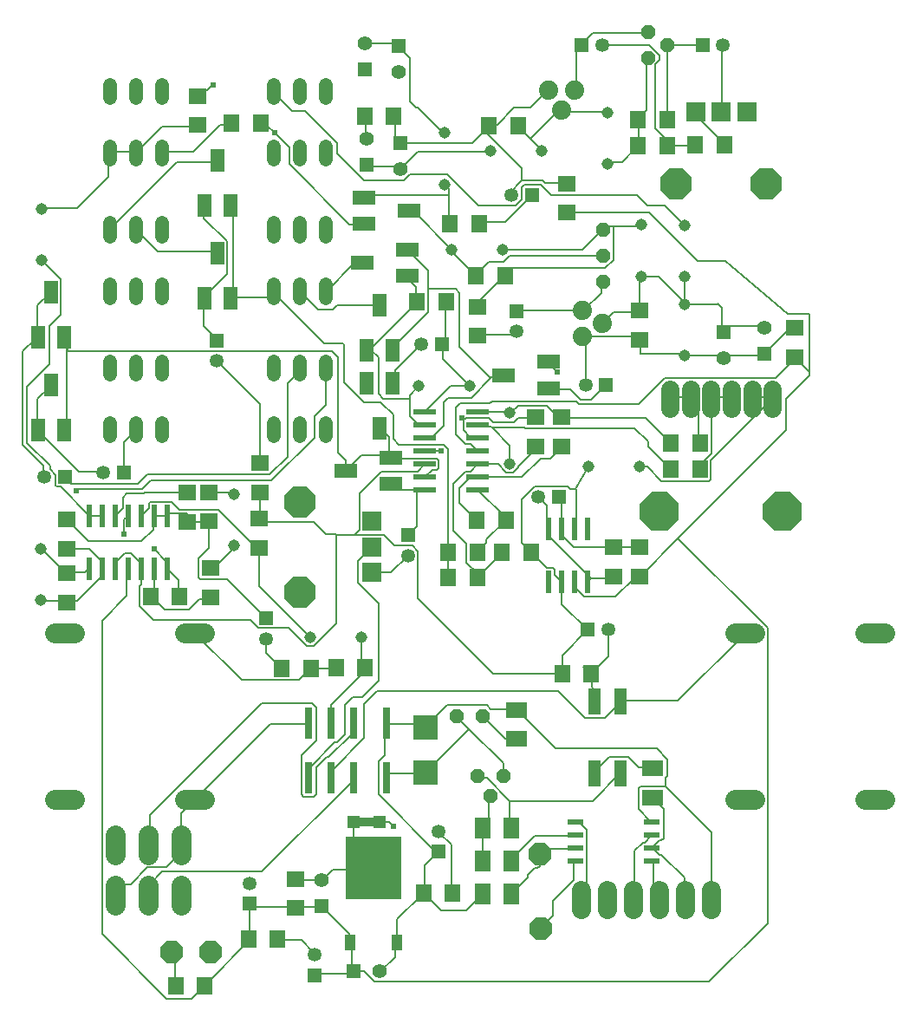
<source format=gbr>
G04 EAGLE Gerber X2 export*
%TF.Part,Single*%
%TF.FileFunction,Copper,L1,Top,Mixed*%
%TF.FilePolarity,Positive*%
%TF.GenerationSoftware,Autodesk,EAGLE,9.2.2*%
%TF.CreationDate,2019-01-08T22:45:00Z*%
G75*
%MOMM*%
%FSLAX34Y34*%
%LPD*%
%INTop Copper*%
%AMOC8*
5,1,8,0,0,1.08239X$1,22.5*%
G01*
%ADD10C,1.143000*%
%ADD11R,1.350000X1.350000*%
%ADD12C,1.350000*%
%ADD13R,1.600000X1.800000*%
%ADD14R,1.800000X1.600000*%
%ADD15C,1.408000*%
%ADD16R,1.408000X1.408000*%
%ADD17C,1.320800*%
%ADD18R,0.600000X2.200000*%
%ADD19R,2.200000X0.600000*%
%ADD20C,1.950000*%
%ADD21R,0.800000X3.100000*%
%ADD22P,1.429621X8X202.500000*%
%ADD23P,2.336880X8X112.500000*%
%ADD24R,1.270000X2.540000*%
%ADD25C,1.879600*%
%ADD26P,1.429621X8X292.500000*%
%ADD27P,1.429621X8X112.500000*%
%ADD28R,1.600000X1.803000*%
%ADD29R,1.320800X2.184400*%
%ADD30R,1.803000X1.600000*%
%ADD31R,2.184400X1.320800*%
%ADD32R,2.000000X1.600000*%
%ADD33R,1.600000X2.000000*%
%ADD34R,1.879600X1.879600*%
%ADD35P,3.247170X8X112.500000*%
%ADD36R,1.000000X1.600000*%
%ADD37R,5.400000X6.200000*%
%ADD38R,1.549400X0.533400*%
%ADD39P,3.247170X8X22.500000*%
%ADD40P,2.336880X8X22.500000*%
%ADD41P,2.336880X8X202.500000*%
%ADD42R,2.400000X2.400000*%
%ADD43R,1.270000X1.270000*%
%ADD44C,0.812800*%
%ADD45C,1.800000*%
%ADD46P,4.123906X8X22.500000*%
%ADD47C,1.879600*%
%ADD48C,0.203200*%
%ADD49C,0.604800*%


D10*
X369510Y377210D03*
X319510Y377210D03*
D11*
X535700Y809150D03*
D12*
X515700Y809150D03*
D11*
X520700Y695800D03*
D12*
X520700Y675800D03*
D11*
X228290Y666880D03*
D12*
X228290Y646880D03*
D11*
X608440Y623650D03*
D12*
X588440Y623650D03*
D11*
X448150Y663480D03*
D12*
X428150Y663480D03*
D13*
X534890Y460470D03*
X506890Y460470D03*
D10*
X514350Y596500D03*
X514350Y546500D03*
X244820Y466910D03*
X244820Y516910D03*
D11*
X137000Y538020D03*
D12*
X117000Y538020D03*
D11*
X562450Y514350D03*
D12*
X542450Y514350D03*
D11*
X590298Y384589D03*
D12*
X610298Y384589D03*
D10*
X55800Y413530D03*
X55800Y463530D03*
D11*
X79850Y533400D03*
D12*
X59850Y533400D03*
D10*
X591173Y543656D03*
X641173Y543656D03*
D11*
X414670Y477000D03*
D12*
X414670Y457000D03*
D11*
X276580Y395840D03*
D12*
X276580Y375840D03*
D13*
X565390Y341550D03*
X593390Y341550D03*
D10*
X684850Y652588D03*
X684850Y702588D03*
D11*
X323850Y47150D03*
D12*
X323850Y67150D03*
D13*
X287050Y82550D03*
X259050Y82550D03*
X430500Y127000D03*
X458500Y127000D03*
D11*
X444500Y167800D03*
D12*
X444500Y187800D03*
D11*
X260350Y117000D03*
D12*
X260350Y137000D03*
D14*
X304800Y113000D03*
X304800Y141000D03*
D10*
X57150Y745160D03*
X57150Y795160D03*
D11*
X702740Y955743D03*
D12*
X722740Y955743D03*
D11*
X584360Y955743D03*
D12*
X604360Y955743D03*
D10*
X609600Y839380D03*
X609600Y889380D03*
X545700Y851870D03*
X495700Y851870D03*
D15*
X387350Y50800D03*
D16*
X361950Y50800D03*
D15*
X330200Y139700D03*
D16*
X330200Y114300D03*
D17*
X334200Y708396D02*
X334200Y721604D01*
X309200Y721604D02*
X309200Y708396D01*
X284200Y708396D02*
X284200Y721604D01*
X284200Y768396D02*
X284200Y781604D01*
X309200Y781604D02*
X309200Y768396D01*
X334200Y768396D02*
X334200Y781604D01*
D18*
X116220Y443900D03*
X116220Y495900D03*
X103520Y443900D03*
X128920Y443900D03*
X141620Y443900D03*
X103520Y495900D03*
X128920Y495900D03*
X141620Y495900D03*
X167020Y443900D03*
X167020Y495900D03*
X154320Y443900D03*
X179720Y443900D03*
X154320Y495900D03*
X179720Y495900D03*
D19*
X483200Y533400D03*
X431200Y533400D03*
X483200Y520700D03*
X483200Y546100D03*
X483200Y558800D03*
X431200Y520700D03*
X431200Y546100D03*
X431200Y558800D03*
X483200Y584200D03*
X431200Y584200D03*
X483200Y571500D03*
X483200Y596900D03*
X431200Y571500D03*
X431200Y596900D03*
D18*
X577850Y483200D03*
X577850Y431200D03*
X590550Y483200D03*
X565150Y483200D03*
X552450Y483200D03*
X590550Y431200D03*
X565150Y431200D03*
X552450Y431200D03*
D20*
X89050Y218850D02*
X69550Y218850D01*
X69550Y381150D02*
X89050Y381150D01*
X196550Y218850D02*
X216050Y218850D01*
X216050Y381150D02*
X196550Y381150D01*
D21*
X393600Y293200D03*
X361600Y293200D03*
X339600Y293200D03*
X317600Y293200D03*
X393600Y240200D03*
X361600Y240200D03*
X339600Y240200D03*
X317600Y240200D03*
D22*
X487700Y300000D03*
X462300Y300000D03*
D23*
X543560Y165100D03*
X544560Y92280D03*
D17*
X334200Y843396D02*
X334200Y856604D01*
X309200Y856604D02*
X309200Y843396D01*
X284200Y843396D02*
X284200Y856604D01*
X284200Y903396D02*
X284200Y916604D01*
X309200Y916604D02*
X309200Y903396D01*
X334200Y903396D02*
X334200Y916604D01*
X124200Y916604D02*
X124200Y903396D01*
X149200Y903396D02*
X149200Y916604D01*
X174200Y916604D02*
X174200Y903396D01*
X174200Y856604D02*
X174200Y843396D01*
X149200Y843396D02*
X149200Y856604D01*
X124200Y856604D02*
X124200Y843396D01*
D24*
X596900Y244400D03*
X622300Y244400D03*
X622300Y314400D03*
X596900Y314400D03*
D20*
X861050Y381150D02*
X880550Y381150D01*
X880550Y218850D02*
X861050Y218850D01*
X753550Y381150D02*
X734050Y381150D01*
X734050Y218850D02*
X753550Y218850D01*
D25*
X577850Y911320D03*
X565150Y892270D03*
X552450Y911320D03*
D26*
X649240Y943045D03*
X668290Y955745D03*
X649240Y968445D03*
D27*
X605467Y775216D03*
X605467Y749816D03*
X605467Y724416D03*
D25*
X585360Y696580D03*
X604410Y683880D03*
X585360Y671180D03*
D28*
X454140Y460470D03*
X482580Y460470D03*
X522220Y876490D03*
X493780Y876490D03*
X639830Y882650D03*
X668270Y882650D03*
X401030Y886260D03*
X372590Y886260D03*
X484120Y781050D03*
X455680Y781050D03*
D29*
X374620Y657450D03*
X387350Y701450D03*
X400080Y657450D03*
D28*
X668270Y857250D03*
X639830Y857250D03*
D30*
X570150Y820290D03*
X570150Y791850D03*
X482600Y671580D03*
X482600Y700020D03*
D28*
X509520Y730250D03*
X481080Y730250D03*
D30*
X641350Y696370D03*
X641350Y667930D03*
X792270Y679260D03*
X792270Y650820D03*
D31*
X551940Y620540D03*
X507940Y633270D03*
X551940Y646000D03*
X414430Y730220D03*
X370430Y742950D03*
X414430Y755680D03*
D29*
X400080Y625250D03*
X387350Y581250D03*
X374620Y625250D03*
D30*
X221710Y444770D03*
X221710Y416330D03*
D28*
X163390Y417370D03*
X191830Y417370D03*
D29*
X53310Y579440D03*
X66040Y623440D03*
X78770Y579440D03*
X53310Y669819D03*
X66040Y713819D03*
X78770Y669819D03*
D30*
X81390Y411230D03*
X81390Y439670D03*
X641350Y436630D03*
X641350Y465070D03*
D28*
X423930Y704850D03*
X452370Y704850D03*
D29*
X215870Y707900D03*
X228600Y751900D03*
X241330Y707900D03*
X215870Y798420D03*
X228600Y842420D03*
X241330Y798420D03*
D30*
X269930Y518640D03*
X269930Y547080D03*
D28*
X291360Y346930D03*
X319800Y346930D03*
D31*
X397920Y527020D03*
X353920Y539750D03*
X397920Y552480D03*
D32*
X520700Y278100D03*
X520700Y306100D03*
D28*
X454310Y435390D03*
X482750Y435390D03*
D30*
X615950Y436630D03*
X615950Y465070D03*
D28*
X481860Y491410D03*
X510300Y491410D03*
D33*
X515650Y190500D03*
X487650Y190500D03*
D30*
X565150Y592070D03*
X565150Y563630D03*
D28*
X700020Y541290D03*
X671580Y541290D03*
X700020Y566880D03*
X671580Y566880D03*
D33*
X487650Y158750D03*
X515650Y158750D03*
D32*
X654050Y248950D03*
X654050Y220950D03*
D28*
X372970Y347730D03*
X344530Y347730D03*
D30*
X539750Y563630D03*
X539750Y592070D03*
X81390Y492010D03*
X81390Y463570D03*
X269620Y464670D03*
X269620Y493110D03*
X220590Y490250D03*
X220590Y518690D03*
X198840Y490010D03*
X198840Y518450D03*
X209550Y877320D03*
X209550Y905760D03*
D34*
X695800Y890000D03*
X720800Y890000D03*
X745800Y890000D03*
D35*
X676800Y820000D03*
X764800Y820000D03*
D15*
X374650Y863600D03*
D16*
X374650Y838200D03*
D15*
X407670Y834390D03*
D16*
X407670Y859790D03*
D15*
X723362Y650113D03*
D16*
X723362Y675513D03*
D15*
X763270Y679450D03*
D16*
X763270Y654050D03*
D36*
X358200Y79000D03*
X403800Y79000D03*
D37*
X381000Y152000D03*
D38*
X578866Y196850D03*
X578866Y184150D03*
X578866Y171450D03*
X578866Y158750D03*
X653034Y158750D03*
X653034Y171450D03*
X653034Y184150D03*
X653034Y196850D03*
D34*
X379200Y490400D03*
X379200Y465400D03*
X379200Y440400D03*
D39*
X309200Y509400D03*
X309200Y421400D03*
D31*
X371700Y806480D03*
X415700Y793750D03*
X371700Y781020D03*
D17*
X124200Y781604D02*
X124200Y768396D01*
X149200Y768396D02*
X149200Y781604D01*
X174200Y781604D02*
X174200Y768396D01*
X174200Y721604D02*
X174200Y708396D01*
X149200Y708396D02*
X149200Y721604D01*
X124200Y721604D02*
X124200Y708396D01*
D40*
X184150Y69850D03*
D41*
X222250Y69850D03*
D42*
X431800Y288700D03*
X431800Y244700D03*
D43*
X361950Y196850D03*
X387350Y196850D03*
D44*
X361950Y196850D01*
D45*
X690800Y601000D02*
X690800Y619000D01*
X670800Y619000D02*
X670800Y601000D01*
X770800Y601000D02*
X770800Y619000D01*
X710800Y619000D02*
X710800Y601000D01*
X730800Y601000D02*
X730800Y619000D01*
X750800Y619000D02*
X750800Y601000D01*
D46*
X660800Y500000D03*
X780800Y500000D03*
D47*
X711200Y130048D02*
X711200Y111252D01*
X685800Y111252D02*
X685800Y130048D01*
X660400Y130048D02*
X660400Y111252D01*
X635000Y111252D02*
X635000Y130048D01*
X609600Y130048D02*
X609600Y111252D01*
X584200Y111252D02*
X584200Y130048D01*
D20*
X128800Y135000D02*
X128800Y115500D01*
X160800Y115500D02*
X160800Y135000D01*
X192800Y135000D02*
X192800Y115500D01*
X192800Y165000D02*
X192800Y184500D01*
X160800Y184500D02*
X160800Y165000D01*
X128800Y165000D02*
X128800Y184500D01*
D10*
X507200Y755650D03*
X457200Y755650D03*
X475450Y622300D03*
X425450Y622300D03*
X643046Y779801D03*
X643046Y729801D03*
X450850Y869550D03*
X450850Y819550D03*
D15*
X406080Y929020D03*
D16*
X406080Y954420D03*
D15*
X372790Y957500D03*
D16*
X372790Y932100D03*
D22*
X482600Y241300D03*
X495300Y222250D03*
X508000Y241300D03*
D28*
X242320Y878840D03*
X270760Y878840D03*
X724140Y857780D03*
X695700Y857780D03*
D17*
X124200Y646604D02*
X124200Y633396D01*
X149200Y633396D02*
X149200Y646604D01*
X174200Y646604D02*
X174200Y633396D01*
X174200Y586604D02*
X174200Y573396D01*
X149200Y573396D02*
X149200Y586604D01*
X124200Y586604D02*
X124200Y573396D01*
X334200Y573396D02*
X334200Y586604D01*
X309200Y586604D02*
X309200Y573396D01*
X284200Y573396D02*
X284200Y586604D01*
X284200Y633396D02*
X284200Y646604D01*
X309200Y646604D02*
X309200Y633396D01*
X334200Y633396D02*
X334200Y646604D01*
D10*
X684919Y729425D03*
X684919Y779425D03*
D13*
X187720Y36960D03*
X215720Y36960D03*
D33*
X515904Y126365D03*
X487904Y126365D03*
D48*
X617728Y465328D02*
X640080Y465328D01*
X617728Y465328D02*
X615950Y465070D01*
X640080Y465328D02*
X641350Y465070D01*
X564896Y483616D02*
X564896Y512064D01*
X562864Y514096D01*
X564896Y483616D02*
X565150Y483200D01*
X562864Y514096D02*
X562450Y514350D01*
X577088Y465328D02*
X615696Y465328D01*
X577088Y465328D02*
X566928Y475488D01*
X566928Y481584D01*
X615696Y465328D02*
X615950Y465070D01*
X566928Y481584D02*
X565150Y483200D01*
X154432Y495808D02*
X154320Y495900D01*
X269620Y464670D02*
X272288Y460616D01*
X154320Y495900D02*
X154432Y497840D01*
X161480Y507952D02*
X162968Y509440D01*
X161480Y503060D02*
X154320Y495900D01*
X161480Y503060D02*
X161480Y507952D01*
X183772Y509440D02*
X191247Y501965D01*
X183772Y509440D02*
X162968Y509440D01*
X191247Y501965D02*
X229482Y501965D01*
X269620Y427100D02*
X319510Y377210D01*
X269620Y427100D02*
X269620Y464670D01*
X266777Y464670D01*
X229482Y501965D01*
X339600Y310867D02*
X339600Y293200D01*
X339600Y310867D02*
X372970Y344237D01*
X372970Y347730D01*
X369510Y351190D01*
X369510Y377210D01*
X136080Y503060D02*
X128920Y495900D01*
X156556Y517996D02*
X157010Y518450D01*
X198840Y518450D01*
X136080Y513773D02*
X136080Y503060D01*
X136080Y513773D02*
X140303Y517996D01*
X156556Y517996D01*
X115824Y495808D02*
X103632Y495808D01*
X103520Y495900D01*
X115824Y495808D02*
X116220Y495900D01*
X64806Y681537D02*
X75184Y691914D01*
X64806Y681537D02*
X64806Y643926D01*
X42672Y621792D01*
X42672Y566928D01*
X65024Y544576D01*
X101600Y497840D02*
X102582Y496848D01*
X103520Y495900D01*
X75184Y691914D02*
X75184Y727126D01*
X57150Y745160D01*
X65024Y544576D02*
X65024Y541364D01*
X70560Y525598D02*
X72048Y524110D01*
X75320Y524110D01*
X102582Y496848D01*
X70560Y535828D02*
X65024Y541364D01*
X70560Y535828D02*
X70560Y525598D01*
X361696Y741680D02*
X369824Y741680D01*
X361696Y741680D02*
X335280Y715264D01*
X369824Y741680D02*
X370430Y742950D01*
X335280Y715264D02*
X334600Y713857D01*
X334600Y715000D02*
X335280Y715264D01*
X334200Y715000D01*
X228290Y646880D02*
X269930Y605240D01*
X269930Y547080D01*
X215392Y680720D02*
X215392Y707136D01*
X215392Y680720D02*
X227584Y668528D01*
X215392Y707136D02*
X215870Y707900D01*
X227584Y668528D02*
X228290Y666880D01*
X215392Y786384D02*
X215392Y796544D01*
X215392Y786384D02*
X237744Y764032D01*
X237744Y731520D01*
X215392Y709168D01*
X215392Y796544D02*
X215870Y798420D01*
X215392Y709168D02*
X215870Y707900D01*
X227584Y753872D02*
X170688Y753872D01*
X150368Y774192D01*
X227584Y753872D02*
X228600Y751900D01*
X150368Y774192D02*
X149200Y776143D01*
X148336Y776224D02*
X149200Y775000D01*
X149200Y776143D02*
X148336Y776224D01*
X188976Y841248D02*
X227584Y841248D01*
X188976Y841248D02*
X123952Y776224D01*
X227584Y841248D02*
X228600Y842420D01*
X123952Y776224D02*
X123800Y776143D01*
X123952Y776224D02*
X123800Y775000D01*
X124200Y775000D02*
X123952Y776224D01*
X522224Y591312D02*
X538480Y591312D01*
X522224Y591312D02*
X518160Y587248D01*
X497840Y587248D01*
X493776Y591312D01*
X471424Y591312D01*
X469392Y589280D01*
X469392Y579120D01*
X475488Y573024D01*
X538480Y591312D02*
X539750Y592070D01*
X469392Y589280D02*
X467360Y591312D01*
D49*
X467360Y591312D03*
D48*
X481676Y573024D02*
X483200Y571500D01*
X481676Y573024D02*
X475488Y573024D01*
X491420Y469310D02*
X482580Y460470D01*
X483616Y520192D02*
X483200Y520700D01*
X510300Y491410D02*
X509935Y491045D01*
X491420Y472530D01*
X491420Y469310D01*
X509935Y491045D02*
X509935Y493965D01*
X510300Y493600D02*
X483200Y520700D01*
X510300Y493600D02*
X510300Y491410D01*
X483200Y533400D02*
X481584Y532384D01*
X560832Y562864D02*
X564896Y562864D01*
X565150Y563630D01*
X483200Y533400D02*
X475840Y533400D01*
X483200Y533400D02*
X526353Y533400D01*
X544469Y551516D01*
X553548Y551516D02*
X564896Y562864D01*
X553548Y551516D02*
X544469Y551516D01*
X481860Y491410D02*
X465060Y508210D01*
X465060Y522620D02*
X475840Y533400D01*
X465060Y522620D02*
X465060Y508210D01*
X539750Y563630D02*
X542060Y563630D01*
X544543Y563630D01*
X506890Y459530D02*
X482750Y435390D01*
X506890Y459530D02*
X506890Y460470D01*
X510931Y538245D02*
X517769Y538245D01*
X522605Y543081D01*
X503076Y546100D02*
X483200Y546100D01*
X522605Y544175D02*
X522605Y543081D01*
X510931Y538245D02*
X503076Y546100D01*
X522605Y544175D02*
X542060Y563630D01*
X476040Y538940D02*
X471148Y538940D01*
X482750Y439693D02*
X482750Y435390D01*
X482750Y439693D02*
X472040Y450403D01*
X472040Y468303D01*
X459000Y481343D01*
X459000Y526792D02*
X471148Y538940D01*
X459000Y526792D02*
X459000Y481343D01*
X476040Y538940D02*
X483200Y546100D01*
X560832Y593344D02*
X564896Y593344D01*
X560832Y593344D02*
X550672Y603504D01*
X522224Y603504D01*
X516128Y597408D01*
X564896Y593344D02*
X565150Y592070D01*
X516128Y597408D02*
X514350Y596500D01*
X670560Y564896D02*
X671580Y566880D01*
X566928Y591312D02*
X565150Y592070D01*
X647148Y591312D02*
X671580Y566880D01*
X647148Y591312D02*
X566928Y591312D01*
X514350Y596500D02*
X513950Y596900D01*
X483200Y596900D01*
X670560Y540512D02*
X671580Y541290D01*
X495808Y583184D02*
X483616Y583184D01*
X495808Y583184D02*
X497136Y581856D01*
X483616Y583184D02*
X483200Y584200D01*
X649205Y563665D02*
X671580Y541290D01*
X649205Y563665D02*
X649205Y568569D01*
X529683Y581530D02*
X529357Y581856D01*
X497136Y581856D01*
X636244Y581530D02*
X649205Y568569D01*
X636244Y581530D02*
X529683Y581530D01*
X514350Y564642D02*
X514350Y546500D01*
X514350Y564642D02*
X497136Y581856D01*
X425672Y521176D02*
X423480Y521176D01*
X398998Y521176D01*
X426148Y520700D02*
X431200Y520700D01*
X426148Y520700D02*
X425672Y521176D01*
X398998Y521176D02*
X397920Y527020D01*
X423480Y485810D02*
X414670Y477000D01*
X423480Y485810D02*
X423480Y521176D01*
X415048Y477000D02*
X414670Y477000D01*
X343408Y274320D02*
X319024Y249936D01*
X343408Y274320D02*
X345440Y274320D01*
X353568Y282448D01*
X361125Y319088D02*
X370475Y319088D01*
X361125Y319088D02*
X353568Y311531D01*
X353568Y282448D01*
X319024Y249936D02*
X319024Y241624D01*
X317600Y240200D01*
X365760Y430784D02*
X365760Y451960D01*
X365760Y430784D02*
X386632Y409912D01*
X386632Y335245D02*
X370475Y319088D01*
X386632Y335245D02*
X386632Y409912D01*
X365760Y451960D02*
X379200Y465400D01*
X701040Y542544D02*
X701040Y546608D01*
X711200Y556768D01*
X711200Y609600D01*
X701040Y542544D02*
X700020Y541290D01*
X711200Y609600D02*
X710800Y610000D01*
X711200Y611632D02*
X729488Y611632D01*
X730800Y610000D01*
X711200Y611632D02*
X710800Y610000D01*
X699008Y601472D02*
X699008Y566928D01*
X699008Y601472D02*
X690880Y609600D01*
X699008Y566928D02*
X700020Y566880D01*
X690880Y609600D02*
X690800Y610000D01*
X688848Y611632D02*
X672592Y611632D01*
X670800Y610000D01*
X688848Y611632D02*
X690800Y610000D01*
X451104Y666496D02*
X451104Y703072D01*
X451104Y666496D02*
X449072Y664464D01*
X451104Y703072D02*
X452370Y704850D01*
X449072Y664464D02*
X448150Y663480D01*
X456600Y622300D02*
X475450Y622300D01*
X456600Y622300D02*
X431200Y596900D01*
X449072Y662558D02*
X448150Y663480D01*
X449072Y648678D02*
X475450Y622300D01*
X449072Y648678D02*
X449072Y662558D01*
X209296Y875792D02*
X174752Y875792D01*
X150368Y851408D01*
X209296Y875792D02*
X209550Y877320D01*
X150368Y851408D02*
X149200Y853043D01*
X91440Y796544D02*
X58928Y796544D01*
X91440Y796544D02*
X121920Y827024D01*
X121920Y849376D01*
X58928Y796544D02*
X57150Y795160D01*
X121920Y849376D02*
X123168Y851810D01*
X123800Y853043D01*
X123952Y851408D02*
X148336Y851408D01*
X149200Y853043D01*
X123952Y851408D02*
X123800Y853043D01*
X123800Y851900D02*
X123952Y851408D01*
X148336Y851408D02*
X149200Y851900D01*
X124200Y850000D02*
X123952Y851408D01*
X123168Y851810D01*
X148336Y851408D02*
X149200Y850000D01*
X209550Y905760D02*
X211328Y904240D01*
X745800Y890000D02*
X745744Y887984D01*
X223388Y916300D02*
X211328Y904240D01*
X223388Y916300D02*
X224820Y916300D01*
D49*
X224820Y916300D03*
D48*
X721360Y890016D02*
X721360Y955040D01*
X722740Y955743D01*
X721360Y890016D02*
X720800Y890000D01*
X668528Y883920D02*
X668528Y955040D01*
X668528Y883920D02*
X668270Y882650D01*
X668528Y955040D02*
X701040Y955040D01*
X702740Y955743D01*
X668528Y955040D02*
X668290Y955745D01*
X648208Y967232D02*
X595376Y967232D01*
X585216Y957072D01*
X648208Y967232D02*
X649240Y968445D01*
X585216Y957072D02*
X584360Y955743D01*
X579120Y950976D02*
X579120Y912368D01*
X579120Y950976D02*
X583184Y955040D01*
X579120Y912368D02*
X577850Y911320D01*
X583184Y955040D02*
X584360Y955743D01*
X534416Y863600D02*
X544576Y853440D01*
X534416Y863600D02*
X522224Y875792D01*
X522220Y876490D01*
X544576Y853440D02*
X545700Y851870D01*
X568960Y890016D02*
X609600Y890016D01*
X568960Y890016D02*
X566928Y892048D01*
X609600Y890016D02*
X609600Y889380D01*
X566928Y892048D02*
X565150Y892270D01*
X564896Y894080D02*
X534416Y863600D01*
X565150Y892270D02*
X564896Y894080D01*
X640080Y881888D02*
X640080Y857504D01*
X639830Y857250D01*
X640080Y881888D02*
X639830Y882650D01*
X623824Y841248D02*
X609600Y841248D01*
X623824Y841248D02*
X638048Y855472D01*
X609600Y841248D02*
X609600Y839380D01*
X638048Y855472D02*
X639830Y857250D01*
X648208Y892048D02*
X648208Y942848D01*
X648208Y892048D02*
X640080Y883920D01*
X648208Y942848D02*
X649240Y943045D01*
X640080Y883920D02*
X639830Y882650D01*
X510032Y782320D02*
X485648Y782320D01*
X510032Y782320D02*
X536448Y808736D01*
X485648Y782320D02*
X484120Y781050D01*
X535700Y809150D02*
X536448Y808736D01*
X455168Y808736D02*
X455168Y814832D01*
X455168Y808736D02*
X455168Y782320D01*
X455168Y814832D02*
X451104Y818896D01*
X455168Y782320D02*
X455680Y781050D01*
X451104Y818896D02*
X450850Y819550D01*
X455168Y808736D02*
X371856Y808736D01*
X371700Y806480D01*
X521480Y696580D02*
X585360Y696580D01*
X521480Y696580D02*
X520700Y695800D01*
X603504Y713232D02*
X603504Y723392D01*
X603504Y713232D02*
X587248Y696976D01*
X603504Y723392D02*
X605467Y724416D01*
X587248Y696976D02*
X585360Y696580D01*
X483616Y701040D02*
X483616Y705104D01*
X508000Y729488D01*
X483616Y701040D02*
X482600Y700020D01*
X508000Y729488D02*
X509520Y730250D01*
X512940Y738734D01*
X508000Y755904D02*
X585216Y755904D01*
X603504Y774192D01*
X508000Y755904D02*
X507200Y755650D01*
X603504Y774192D02*
X605467Y775216D01*
X607568Y778256D02*
X615696Y778256D01*
X641653Y778256D01*
X607568Y778256D02*
X605536Y776224D01*
X641653Y778256D02*
X643046Y779801D01*
X605536Y776224D02*
X605467Y775216D01*
X607568Y737616D02*
X512064Y737616D01*
X607568Y737616D02*
X615696Y745744D01*
X615696Y778256D01*
X512064Y737616D02*
X509520Y730250D01*
X479552Y731520D02*
X457200Y753872D01*
X479552Y731520D02*
X481080Y730250D01*
X457200Y753872D02*
X457200Y755650D01*
X420624Y792480D02*
X416560Y792480D01*
X420624Y792480D02*
X457200Y755904D01*
X416560Y792480D02*
X415700Y793750D01*
X457200Y755904D02*
X457200Y755650D01*
X514096Y749808D02*
X603504Y749808D01*
X514096Y749808D02*
X508000Y743712D01*
X493776Y743712D01*
X481584Y731520D01*
X603504Y749808D02*
X605467Y749816D01*
X481584Y731520D02*
X481080Y730250D01*
X593770Y608980D02*
X608440Y623650D01*
X593770Y608980D02*
X583790Y608980D01*
X573500Y619270D01*
X551940Y620540D01*
X430784Y585216D02*
X424688Y585216D01*
X416560Y593344D01*
X416560Y610296D02*
X416560Y613664D01*
X416560Y610296D02*
X416560Y593344D01*
X416560Y613664D02*
X424688Y621792D01*
X430784Y585216D02*
X431200Y584200D01*
X424688Y621792D02*
X425450Y622300D01*
X422656Y705104D02*
X422656Y719328D01*
X414528Y727456D01*
X422656Y705104D02*
X423930Y704850D01*
X414528Y727456D02*
X414430Y730220D01*
X377952Y658368D02*
X373888Y658368D01*
X377952Y658368D02*
X422656Y703072D01*
X373888Y658368D02*
X374620Y657450D01*
X422656Y703072D02*
X423930Y704850D01*
X416560Y610296D02*
X390467Y610296D01*
X386024Y614739D01*
X386024Y650296D01*
X377952Y658368D01*
X374620Y657450D01*
X453136Y461264D02*
X453482Y460991D01*
X454140Y460470D01*
X278384Y709168D02*
X243840Y709168D01*
X278384Y709168D02*
X282448Y713232D01*
X283270Y714307D01*
X283800Y713857D01*
X243840Y709168D02*
X243840Y796544D01*
X241330Y798420D01*
X243840Y709168D02*
X241330Y707900D01*
X454310Y460162D02*
X454310Y435390D01*
X454310Y460162D02*
X453482Y460991D01*
X449412Y565500D02*
X406018Y565500D01*
X400304Y571214D01*
X400304Y594824D01*
X449412Y565500D02*
X454310Y560602D01*
X400304Y594824D02*
X388319Y606810D01*
X454310Y560602D02*
X454310Y460162D01*
X352264Y663043D02*
X350794Y664513D01*
X352264Y663043D02*
X352264Y626488D01*
X284480Y713232D02*
X283800Y715000D01*
X283800Y713857D02*
X284480Y713232D01*
X333064Y664513D02*
X350794Y664513D01*
X333064Y664513D02*
X283270Y714307D01*
X371942Y606810D02*
X388319Y606810D01*
X371942Y606810D02*
X352264Y626488D01*
X284200Y715000D02*
X284480Y715264D01*
X283800Y715000D01*
X345239Y701040D02*
X386080Y701040D01*
X345239Y701040D02*
X341000Y696801D01*
X327327Y696801D01*
X310896Y713232D01*
X386080Y701040D02*
X387350Y701450D01*
X310896Y713232D02*
X309200Y713857D01*
X308864Y713232D02*
X309200Y715000D01*
X309200Y713857D02*
X308864Y713232D01*
X424688Y851408D02*
X493776Y851408D01*
X424688Y851408D02*
X407670Y834390D01*
X493776Y851408D02*
X495700Y851870D01*
X404368Y837184D02*
X375920Y837184D01*
X404368Y837184D02*
X406400Y835152D01*
X375920Y837184D02*
X374650Y838200D01*
X406400Y835152D02*
X407670Y834390D01*
X243040Y518690D02*
X244820Y516910D01*
X243040Y518690D02*
X220590Y518690D01*
X221710Y444770D02*
X223520Y442976D01*
X244820Y464276D01*
X244820Y466910D01*
X221488Y414528D02*
X217424Y414528D01*
X221488Y414528D02*
X221710Y416330D01*
X166624Y420624D02*
X164592Y418592D01*
X163390Y417370D01*
X211328Y414528D02*
X217424Y414528D01*
X211328Y414528D02*
X201168Y404368D01*
X176784Y404368D01*
X164592Y416560D01*
X217424Y414528D02*
X221710Y416330D01*
X164592Y416560D02*
X163390Y417370D01*
X166624Y420624D02*
X166624Y442976D01*
X167020Y443900D01*
X166624Y420624D02*
X163390Y417370D01*
X52832Y581152D02*
X52832Y609600D01*
X65024Y621792D01*
X52832Y581152D02*
X53310Y579440D01*
X65024Y621792D02*
X66040Y623440D01*
X93239Y538480D02*
X115824Y538480D01*
X93239Y538480D02*
X53310Y578409D01*
X53310Y579440D01*
X115824Y538480D02*
X117000Y538020D01*
X81280Y412496D02*
X56896Y412496D01*
X81280Y412496D02*
X81390Y411230D01*
X56896Y412496D02*
X55800Y413530D01*
X83312Y463296D02*
X103632Y463296D01*
X115824Y451104D01*
X115824Y445008D01*
X83312Y463296D02*
X81390Y463570D01*
X115824Y445008D02*
X116220Y443900D01*
X91440Y412496D02*
X83312Y412496D01*
X91440Y412496D02*
X115824Y436880D01*
X115824Y442976D01*
X83312Y412496D02*
X81390Y411230D01*
X115824Y442976D02*
X116220Y443900D01*
X52832Y670560D02*
X52832Y701040D01*
X65024Y713232D01*
X52832Y670560D02*
X53310Y669819D01*
X65024Y713232D02*
X66040Y713819D01*
X58928Y544576D02*
X58928Y534416D01*
X58928Y544576D02*
X38608Y564896D01*
X38608Y656336D01*
X50800Y668528D01*
X58928Y534416D02*
X59850Y533400D01*
X50800Y668528D02*
X53310Y669819D01*
X654304Y158496D02*
X654304Y128016D01*
X660400Y121920D01*
X654304Y158496D02*
X653034Y158750D01*
X660400Y121920D02*
X660400Y120650D01*
X653034Y171450D02*
X660400Y178816D01*
X662432Y178816D01*
X664464Y180848D01*
X664464Y209296D01*
X654304Y219456D01*
X654050Y220950D01*
X654304Y170688D02*
X660400Y164592D01*
X662432Y164592D01*
X684784Y142240D01*
X684784Y121920D01*
X654304Y170688D02*
X653034Y171450D01*
X684784Y121920D02*
X685800Y120650D01*
X646176Y176784D02*
X652272Y182880D01*
X646176Y176784D02*
X644144Y176784D01*
X636016Y168656D01*
X636016Y121920D01*
X652272Y182880D02*
X653034Y184150D01*
X636016Y121920D02*
X635000Y120650D01*
X583184Y195072D02*
X579120Y195072D01*
X583184Y195072D02*
X589280Y188976D01*
X589280Y125984D01*
X585216Y121920D01*
X579120Y195072D02*
X578866Y196850D01*
X585216Y121920D02*
X584200Y120650D01*
X520192Y278384D02*
X510032Y278384D01*
X489712Y298704D01*
X520192Y278384D02*
X520700Y278100D01*
X489712Y298704D02*
X487700Y300000D01*
X430784Y243840D02*
X396240Y243840D01*
X394208Y241808D01*
X430784Y243840D02*
X431800Y244700D01*
X394208Y241808D02*
X393600Y240200D01*
X508000Y241300D02*
X508000Y254000D01*
X473456Y288544D02*
X463296Y298704D01*
X473456Y288544D02*
X508000Y254000D01*
X463296Y298704D02*
X462300Y300000D01*
X473456Y286512D02*
X432816Y245872D01*
X473456Y286512D02*
X473456Y288544D01*
X432816Y245872D02*
X431800Y244700D01*
X487680Y188976D02*
X487680Y160528D01*
X487650Y158750D01*
X487680Y188976D02*
X487650Y190500D01*
X493776Y197104D02*
X493776Y221488D01*
X493776Y197104D02*
X487680Y191008D01*
X493776Y221488D02*
X495300Y222250D01*
X487680Y191008D02*
X487650Y190500D01*
X538480Y182880D02*
X577088Y182880D01*
X538480Y182880D02*
X516128Y160528D01*
X577088Y182880D02*
X578866Y184150D01*
X516128Y160528D02*
X515650Y158750D01*
X640080Y209296D02*
X652272Y197104D01*
X640080Y209296D02*
X640080Y229616D01*
X642112Y231648D01*
X666496Y231648D01*
X711200Y186944D01*
X653034Y196850D02*
X652272Y197104D01*
X520192Y306832D02*
X495808Y306832D01*
X491744Y310896D01*
X453136Y310896D01*
X432816Y290576D01*
X520192Y306832D02*
X520700Y306100D01*
X432816Y290576D02*
X431800Y288700D01*
X428752Y292608D02*
X394208Y292608D01*
X428752Y292608D02*
X430784Y290576D01*
X394208Y292608D02*
X393600Y293200D01*
X430784Y290576D02*
X431800Y288700D01*
X402336Y77216D02*
X402336Y65024D01*
X388112Y50800D01*
X402336Y77216D02*
X403800Y79000D01*
X388112Y50800D02*
X387350Y50800D01*
X430784Y128016D02*
X430784Y154432D01*
X442976Y166624D01*
X430784Y128016D02*
X430500Y127000D01*
X404368Y101600D02*
X404368Y79248D01*
X404368Y101600D02*
X428752Y125984D01*
X404368Y79248D02*
X403800Y79000D01*
X428752Y125984D02*
X430500Y127000D01*
X392176Y262128D02*
X392176Y292608D01*
X392176Y262128D02*
X386080Y256032D01*
X386080Y223520D01*
X442976Y166624D01*
X392176Y292608D02*
X393600Y293200D01*
X444500Y167800D02*
X442976Y166624D01*
X666496Y231648D02*
X666496Y239776D01*
X668528Y241808D01*
X668528Y258064D01*
X658132Y268460D01*
X558564Y268460D01*
X522224Y304800D01*
X520700Y306100D01*
X711200Y186944D02*
X711200Y120650D01*
X447264Y110236D02*
X430500Y127000D01*
X471775Y110236D02*
X487904Y126365D01*
X471775Y110236D02*
X447264Y110236D01*
X548640Y170688D02*
X577088Y170688D01*
X548640Y170688D02*
X544576Y166624D01*
X577088Y170688D02*
X578866Y171450D01*
X544576Y166624D02*
X543560Y165100D01*
X543560Y154021D01*
X532084Y142545D02*
X515904Y126365D01*
X532084Y142545D02*
X532084Y144910D01*
X538830Y151656D01*
X541195Y151656D01*
X543560Y154021D01*
X640080Y249936D02*
X652272Y249936D01*
X640080Y249936D02*
X629920Y260096D01*
X611632Y260096D01*
X597408Y245872D01*
X652272Y249936D02*
X654050Y248950D01*
X597408Y245872D02*
X596900Y244400D01*
X144272Y136144D02*
X130048Y136144D01*
X144272Y136144D02*
X160528Y152400D01*
X178816Y152400D01*
X191008Y164592D01*
X130048Y136144D02*
X128800Y135000D01*
X191008Y164592D02*
X192800Y165000D01*
X280416Y292608D02*
X316992Y292608D01*
X280416Y292608D02*
X207264Y219456D01*
X316992Y292608D02*
X317600Y293200D01*
X207264Y219456D02*
X206300Y218850D01*
X193040Y205232D02*
X193040Y166624D01*
X193040Y205232D02*
X205232Y217424D01*
X193040Y166624D02*
X192800Y165000D01*
X205232Y217424D02*
X206300Y218850D01*
X359664Y235712D02*
X359664Y239776D01*
X359664Y235712D02*
X272288Y148336D01*
X174752Y148336D01*
X162560Y136144D01*
X359664Y239776D02*
X361600Y240200D01*
X162560Y136144D02*
X160800Y135000D01*
X291360Y346930D02*
X276580Y361710D01*
X276580Y375840D01*
X359664Y282448D02*
X337312Y260096D01*
X335280Y260096D01*
X325120Y249936D01*
X325120Y223520D01*
X323088Y221488D01*
X312928Y221488D01*
X310896Y223520D01*
X310896Y262128D01*
X325120Y276352D01*
X325120Y308864D01*
X321056Y312928D01*
X272288Y312928D01*
X162560Y203200D01*
X162560Y166760D02*
X160800Y165000D01*
X162560Y166760D02*
X162560Y203200D01*
X359664Y282448D02*
X359664Y291264D01*
X361600Y293200D01*
X548640Y820928D02*
X568960Y820928D01*
X548640Y820928D02*
X546608Y822960D01*
X526288Y822960D01*
X514096Y810768D01*
X568960Y820928D02*
X570150Y820290D01*
X515700Y809150D02*
X514096Y810768D01*
X402336Y865632D02*
X402336Y885952D01*
X402336Y865632D02*
X406400Y861568D01*
X402336Y885952D02*
X401030Y886260D01*
X406400Y861568D02*
X407670Y859790D01*
X495808Y877824D02*
X501904Y877824D01*
X518160Y894080D01*
X534416Y894080D01*
X550672Y910336D01*
X495808Y877824D02*
X493780Y876490D01*
X550672Y910336D02*
X552450Y911320D01*
X477520Y859536D02*
X408432Y859536D01*
X489712Y871728D02*
X493776Y875792D01*
X489712Y871728D02*
X477520Y859536D01*
X408432Y859536D02*
X407670Y859790D01*
X493776Y875792D02*
X493780Y876490D01*
X526288Y835152D02*
X526288Y822960D01*
X526288Y835152D02*
X489712Y871728D01*
X493780Y876490D01*
X623824Y314960D02*
X678688Y314960D01*
X743712Y379984D01*
X623824Y314960D02*
X622300Y314400D01*
X743712Y379984D02*
X743800Y381150D01*
X341376Y247904D02*
X341376Y241808D01*
X341376Y247904D02*
X372220Y278748D01*
X372220Y311944D01*
X384968Y324692D01*
X561752Y324692D01*
X587740Y298704D01*
X607568Y298704D01*
X621792Y312928D01*
X341376Y241808D02*
X339600Y240200D01*
X621792Y312928D02*
X622300Y314400D01*
X359664Y77216D02*
X359664Y52832D01*
X361696Y50800D01*
X359664Y77216D02*
X358200Y79000D01*
X361696Y50800D02*
X361950Y50800D01*
X355600Y48768D02*
X325120Y48768D01*
X355600Y48768D02*
X359664Y52832D01*
X325120Y48768D02*
X323850Y47150D01*
X359664Y52832D02*
X361950Y50800D01*
X329184Y113792D02*
X304800Y113792D01*
X329184Y113792D02*
X330200Y114300D01*
X260096Y81280D02*
X217424Y38608D01*
X215720Y36960D01*
X260096Y81280D02*
X259050Y82550D01*
X178816Y24384D02*
X115824Y87376D01*
X260096Y83312D02*
X260096Y113792D01*
X260096Y115824D01*
X260350Y117000D01*
X260096Y83312D02*
X259050Y82550D01*
X260096Y113792D02*
X304800Y113792D01*
X304800Y113000D01*
X260350Y117000D02*
X260096Y113792D01*
X357632Y87376D02*
X357632Y79248D01*
X357632Y87376D02*
X331216Y113792D01*
X357632Y79248D02*
X358200Y79000D01*
X331216Y113792D02*
X330200Y114300D01*
X636016Y434848D02*
X640080Y434848D01*
X636016Y434848D02*
X617728Y416560D01*
X587248Y416560D01*
X579120Y424688D01*
X579120Y430784D01*
X640080Y434848D02*
X641350Y436630D01*
X579120Y430784D02*
X577850Y431200D01*
X784352Y579120D02*
X784352Y610352D01*
X784352Y579120D02*
X678688Y473456D01*
X371856Y50800D02*
X361950Y50800D01*
X371856Y50800D02*
X382016Y40640D01*
X709188Y40640D01*
X766064Y97516D01*
X766064Y386080D01*
X678688Y473456D01*
X784352Y610352D02*
X806730Y632730D01*
X571110Y790890D02*
X570150Y791850D01*
X792270Y650820D02*
X793145Y649945D01*
X806730Y636360D01*
X806730Y632730D01*
X641862Y436630D02*
X641350Y436630D01*
X641862Y436630D02*
X678688Y473456D01*
X483200Y558800D02*
X476040Y565960D01*
X471148Y565960D01*
X579455Y607568D02*
X582107Y604916D01*
X465999Y605520D02*
X461796Y601317D01*
X465999Y605520D02*
X494756Y605520D01*
X496804Y607568D01*
X579455Y607568D01*
X471148Y565960D02*
X461796Y575312D01*
X461796Y601317D01*
X773740Y630540D02*
X793145Y649945D01*
X773740Y630540D02*
X666020Y630540D01*
X640396Y604916D02*
X582107Y604916D01*
X640396Y604916D02*
X666020Y630540D01*
X140208Y442488D02*
X140208Y417475D01*
X140208Y442488D02*
X141620Y443900D01*
X215720Y36960D02*
X203144Y24384D01*
X178816Y24384D01*
X785714Y692658D02*
X724797Y744524D01*
X806730Y692658D02*
X806730Y636360D01*
X806730Y692658D02*
X785714Y692658D01*
X140208Y417475D02*
X115824Y393091D01*
X115824Y87376D01*
X570150Y791850D02*
X650120Y791850D01*
X697446Y744524D02*
X724797Y744524D01*
X697446Y744524D02*
X650120Y791850D01*
X276352Y877824D02*
X272288Y877824D01*
X284480Y869696D02*
X298704Y855472D01*
X284480Y869696D02*
X276352Y877824D01*
X298704Y855472D02*
X298704Y839216D01*
X357632Y780288D01*
X369824Y780288D01*
X272288Y877824D02*
X270760Y878840D01*
X369824Y780288D02*
X371700Y781020D01*
X593390Y341550D02*
X596058Y314709D01*
X596900Y314400D01*
X593344Y434848D02*
X615696Y434848D01*
X593344Y434848D02*
X591312Y432816D01*
X615696Y434848D02*
X615950Y436630D01*
X591312Y432816D02*
X590550Y431200D01*
X668528Y857504D02*
X694944Y857504D01*
X668528Y857504D02*
X668270Y857250D01*
X694944Y857504D02*
X695700Y857780D01*
X310896Y81280D02*
X288544Y81280D01*
X310896Y81280D02*
X323088Y69088D01*
X288544Y81280D02*
X287050Y82550D01*
X323088Y69088D02*
X323850Y67150D01*
X329184Y140208D02*
X304800Y140208D01*
X304800Y141000D01*
X329184Y140208D02*
X330200Y139700D01*
X483616Y672592D02*
X518160Y672592D01*
X520192Y674624D01*
X483616Y672592D02*
X482600Y671580D01*
X520192Y674624D02*
X520700Y675800D01*
X141620Y495900D02*
X137620Y491900D01*
X137620Y478184D01*
X431200Y558800D02*
X447040Y558800D01*
X550672Y505968D02*
X550672Y483616D01*
X550672Y505968D02*
X542544Y514096D01*
X550672Y483616D02*
X552450Y483200D01*
X542544Y514096D02*
X542450Y514350D01*
X666496Y857504D02*
X666496Y863600D01*
X656336Y873760D01*
X656336Y936752D01*
X660400Y940816D01*
X660400Y944880D01*
X650240Y955040D01*
X605536Y955040D01*
X666496Y857504D02*
X668270Y857250D01*
X605536Y955040D02*
X604360Y955743D01*
X552704Y475488D02*
X593344Y434848D01*
X552704Y475488D02*
X552704Y481584D01*
X593344Y434848D02*
X590550Y431200D01*
X552704Y481584D02*
X552450Y483200D01*
X379984Y150368D02*
X341376Y150368D01*
X331216Y140208D01*
X379984Y150368D02*
X381000Y152000D01*
X331216Y140208D02*
X330200Y139700D01*
D49*
X137620Y478184D03*
X447040Y558800D03*
X284480Y869696D03*
D48*
X361950Y171050D02*
X381000Y152000D01*
X343730Y346930D02*
X344530Y347730D01*
X343730Y346930D02*
X320300Y346930D01*
X319800Y346930D01*
X320300Y346930D02*
X308745Y335375D01*
X252075Y335375D02*
X206300Y381150D01*
X252075Y335375D02*
X308745Y335375D01*
X361950Y196850D02*
X361950Y171050D01*
X586310Y348630D02*
X593390Y341550D01*
X610298Y358458D01*
X610298Y384589D01*
X577088Y158496D02*
X577088Y140208D01*
X556768Y119888D01*
X556768Y105664D01*
X544576Y93472D01*
X577088Y158496D02*
X578866Y158750D01*
X544576Y93472D02*
X544560Y92280D01*
X457200Y128016D02*
X457200Y174752D01*
X445008Y186944D01*
X457200Y128016D02*
X458500Y127000D01*
X445008Y186944D02*
X444500Y187800D01*
X514096Y191008D02*
X514096Y217424D01*
X491744Y239776D01*
X483616Y239776D01*
X514096Y191008D02*
X515650Y190500D01*
X483616Y239776D02*
X482600Y241300D01*
X595376Y217424D02*
X621792Y243840D01*
X595376Y217424D02*
X514096Y217424D01*
X621792Y243840D02*
X622300Y244400D01*
D49*
X400380Y192500D03*
D48*
X396030Y196850D02*
X387350Y196850D01*
X396030Y196850D02*
X400380Y192500D01*
X579120Y483616D02*
X579120Y522224D01*
X579120Y483616D02*
X577850Y483200D01*
X578134Y522224D02*
X591173Y543656D01*
X591312Y544047D01*
X566928Y430784D02*
X566928Y426580D01*
X566928Y430784D02*
X565150Y431200D01*
X573024Y522224D02*
X578134Y522224D01*
X573024Y522224D02*
X570992Y524256D01*
X538480Y524256D01*
X526288Y512064D01*
X130048Y451104D02*
X130048Y445008D01*
X128920Y443900D01*
X550846Y646176D02*
X551940Y646000D01*
X526288Y469072D02*
X534890Y460470D01*
X550620Y444740D01*
X556502Y444740D01*
X557990Y443252D01*
X565422Y426580D02*
X566928Y426580D01*
X551940Y644620D02*
X551940Y646000D01*
X551940Y644620D02*
X560540Y636020D01*
D49*
X560540Y636020D03*
D48*
X557990Y443252D02*
X557990Y438360D01*
X565150Y431200D01*
X138176Y459232D02*
X130048Y451104D01*
X138176Y459232D02*
X144272Y459232D01*
X152400Y451104D01*
X152400Y445008D01*
X130048Y451104D02*
X128920Y443900D01*
X152400Y445008D02*
X154320Y443900D01*
X152400Y442976D01*
X272966Y489764D02*
X322712Y489764D01*
X272966Y489764D02*
X269620Y493110D01*
X152850Y427437D02*
X152850Y407303D01*
X154320Y428907D02*
X154320Y443900D01*
X154320Y428907D02*
X152850Y427437D01*
X152850Y407303D02*
X165913Y394240D01*
X316091Y368955D02*
X322929Y368955D01*
X268778Y386550D02*
X261088Y394240D01*
X268778Y386550D02*
X298496Y386550D01*
X316091Y368955D01*
X261088Y394240D02*
X165913Y394240D01*
X322929Y368955D02*
X345078Y391104D01*
X526288Y469072D02*
X526288Y512064D01*
X269930Y518640D02*
X269930Y493420D01*
X269620Y493110D01*
X322712Y489764D02*
X334282Y478194D01*
X344044Y478194D01*
X345078Y477161D02*
X345078Y391104D01*
X345078Y477161D02*
X344044Y478194D01*
X345078Y477161D02*
X362261Y477161D01*
X368573Y477161D01*
X368750Y477338D01*
X391511Y477338D01*
X424040Y538940D02*
X431200Y546100D01*
X367262Y482162D02*
X362261Y477161D01*
X388722Y538940D02*
X424040Y538940D01*
X388722Y538940D02*
X367262Y517480D01*
X367262Y482162D01*
X391511Y477338D02*
X401912Y466936D01*
X419016Y466936D01*
X424688Y461264D01*
X424688Y415101D01*
X498239Y341550D01*
X565390Y341550D01*
X590298Y384589D02*
X565150Y409737D01*
X565150Y431200D01*
X590298Y384589D02*
X565390Y359681D01*
X565390Y341550D01*
X578134Y522224D02*
X579120Y522224D01*
X83312Y491744D02*
X81390Y492010D01*
X166624Y497840D02*
X167020Y495900D01*
X180848Y497840D02*
X199136Y497840D01*
X198840Y490010D01*
X180848Y497840D02*
X179720Y495900D01*
X178816Y495808D02*
X168656Y495808D01*
X167020Y495900D01*
X178816Y495808D02*
X179720Y495900D01*
X220590Y490250D02*
X223520Y495808D01*
X166020Y482308D02*
X154466Y470754D01*
X166020Y482308D02*
X166020Y494900D01*
X167020Y495900D01*
X83000Y491787D02*
X82777Y492010D01*
X81390Y492010D01*
X198840Y490010D02*
X220350Y490010D01*
X220590Y490250D01*
X210155Y453822D02*
X210155Y435718D01*
X211643Y434230D01*
X220590Y464257D02*
X220590Y490250D01*
X220590Y464257D02*
X210155Y453822D01*
X211643Y434230D02*
X238190Y434230D01*
X276580Y395840D01*
X154466Y470754D02*
X102646Y470754D01*
X81390Y492010D01*
X398070Y440400D02*
X414670Y457000D01*
X398070Y440400D02*
X379200Y440400D01*
X449072Y869696D02*
X424688Y894080D01*
X422656Y894080D01*
X416560Y900176D01*
X416560Y942848D01*
X406400Y953008D01*
X449072Y869696D02*
X450850Y869550D01*
X406400Y953008D02*
X406080Y954420D01*
X402336Y957072D02*
X373888Y957072D01*
X402336Y957072D02*
X404368Y955040D01*
X373888Y957072D02*
X372790Y957500D01*
X404368Y955040D02*
X406080Y954420D01*
X749808Y611632D02*
X750800Y610000D01*
X751840Y611632D02*
X770128Y611632D01*
X770800Y610000D01*
X751840Y611632D02*
X750800Y610000D01*
X770800Y610000D02*
X710560Y549760D01*
X710560Y531223D01*
X709072Y529735D01*
X648607Y543656D02*
X641173Y543656D01*
X648607Y543656D02*
X662528Y529735D01*
X709072Y529735D01*
X719328Y652272D02*
X686816Y652272D01*
X719328Y652272D02*
X721360Y650240D01*
X686816Y652272D02*
X684850Y652588D01*
X721360Y650240D02*
X723362Y650113D01*
X725424Y652272D02*
X762000Y652272D01*
X725424Y652272D02*
X723392Y650240D01*
X762000Y652272D02*
X763270Y654050D01*
X723392Y650240D02*
X723362Y650113D01*
X642112Y654304D02*
X642112Y666496D01*
X641689Y667292D01*
X641350Y667930D01*
X642112Y654304D02*
X684784Y654304D01*
X684850Y652588D01*
X637801Y671180D02*
X585360Y671180D01*
X637801Y671180D02*
X641689Y667292D01*
X588440Y668100D02*
X588440Y623650D01*
X588440Y668100D02*
X585360Y671180D01*
X763270Y654050D02*
X788480Y679260D01*
X792270Y679260D01*
X241808Y877824D02*
X231648Y877824D01*
X205232Y851408D01*
X174752Y851408D01*
X241808Y877824D02*
X242320Y878840D01*
X174600Y853043D02*
X174752Y851408D01*
X174600Y851900D01*
X174752Y851408D02*
X174200Y850000D01*
X191008Y432816D02*
X191008Y418592D01*
X191008Y432816D02*
X180848Y442976D01*
X191008Y418592D02*
X191830Y417370D01*
X180848Y442976D02*
X179720Y443900D01*
X178816Y445008D02*
X178816Y451104D01*
X166624Y463296D01*
X178816Y445008D02*
X179720Y443900D01*
D49*
X166624Y463296D03*
D48*
X137000Y538020D02*
X137000Y567800D01*
X149200Y580000D01*
X99568Y440944D02*
X83312Y440944D01*
X99568Y440944D02*
X101600Y442976D01*
X83312Y440944D02*
X81390Y439670D01*
X101600Y442976D02*
X103520Y443900D01*
X81280Y438912D02*
X56896Y463296D01*
X55800Y463530D01*
X81390Y439670D02*
X81280Y438912D01*
X92380Y522060D02*
X154873Y522060D01*
X92380Y522060D02*
X90840Y520520D01*
D49*
X90840Y520520D03*
D48*
X154873Y522060D02*
X163193Y530380D01*
X323457Y592677D02*
X334600Y603820D01*
X334600Y636016D02*
X334600Y636957D01*
X334600Y636016D02*
X334600Y603820D01*
X323457Y592677D02*
X323457Y572151D01*
X335280Y636016D02*
X335280Y638048D01*
X334600Y638100D01*
X334600Y636016D02*
X335280Y636016D01*
X281686Y530380D02*
X163193Y530380D01*
X281686Y530380D02*
X323457Y572151D01*
X335280Y638048D02*
X334200Y640000D01*
X402336Y638048D02*
X402336Y625856D01*
X402336Y638048D02*
X426720Y662432D01*
X402336Y625856D02*
X400080Y625250D01*
X426720Y662432D02*
X428150Y663480D01*
X694944Y887984D02*
X723392Y859536D01*
X724140Y857780D01*
X694944Y887984D02*
X695800Y890000D01*
X159990Y536540D02*
X150690Y527240D01*
X86010Y527240D01*
X79850Y533400D01*
X159990Y536540D02*
X279997Y536540D01*
X308562Y636319D02*
X309200Y636957D01*
X308562Y636319D02*
X297067Y624824D01*
X308864Y636016D02*
X308864Y638048D01*
X309200Y638100D01*
X308562Y636319D02*
X308864Y636016D01*
X297067Y624824D02*
X297067Y553610D01*
X279997Y536540D01*
X308864Y638048D02*
X309200Y640000D01*
X402336Y658368D02*
X402336Y662432D01*
X434848Y694944D01*
X434848Y717296D02*
X434848Y735584D01*
X434848Y717296D02*
X434848Y694944D01*
X434848Y735584D02*
X414528Y755904D01*
X402336Y658368D02*
X400080Y657450D01*
X414430Y755680D02*
X414528Y755904D01*
X497840Y631952D02*
X505968Y631952D01*
X495808Y629920D02*
X476536Y610648D01*
X495808Y629920D02*
X497840Y631952D01*
X476536Y610648D02*
X453992Y610648D01*
X449628Y606284D01*
X449628Y583740D01*
X438912Y573024D01*
X505968Y631952D02*
X507940Y633270D01*
X461264Y717296D02*
X434848Y717296D01*
X461264Y717296D02*
X465328Y713232D01*
X465328Y660400D01*
X495808Y629920D01*
X438912Y573024D02*
X432724Y573024D01*
X431200Y571500D01*
X373888Y863600D02*
X373888Y885952D01*
X372590Y886260D01*
X373888Y863600D02*
X374650Y863600D01*
X615696Y694944D02*
X640080Y694944D01*
X615696Y694944D02*
X605536Y684784D01*
X640080Y694944D02*
X641350Y696370D01*
X605536Y684784D02*
X604410Y683880D01*
X684850Y702588D02*
X686816Y703072D01*
X684850Y729294D02*
X684919Y729425D01*
X684784Y703072D02*
X684850Y702588D01*
X721360Y699008D02*
X721360Y680720D01*
X721360Y676656D01*
X721360Y699008D02*
X717296Y703072D01*
X721360Y676656D02*
X723362Y675513D01*
X721360Y680720D02*
X762000Y680720D01*
X763270Y679450D01*
X723362Y675513D02*
X721360Y680720D01*
X642112Y696976D02*
X641350Y696370D01*
X684850Y702588D02*
X686923Y702588D01*
X716812Y702588D01*
X717296Y703072D01*
X684919Y702657D02*
X684850Y702588D01*
X684919Y702657D02*
X684919Y729425D01*
X641350Y728105D02*
X641350Y696370D01*
X641350Y728105D02*
X643046Y729801D01*
X659711Y729801D01*
X686923Y702588D01*
X648645Y798567D02*
X638476Y808736D01*
X554736Y808736D01*
X544576Y818896D01*
X528320Y818896D01*
X526288Y816864D01*
X526288Y804672D01*
X520192Y798576D01*
X483616Y798576D01*
X453136Y829056D01*
X416560Y829056D01*
X410464Y822960D01*
X371856Y822960D01*
X345440Y849376D01*
X345440Y859536D01*
X313929Y891047D01*
X301737Y891047D01*
X284480Y908304D01*
X283800Y906957D01*
X283800Y908100D02*
X284480Y908304D01*
X284200Y910000D01*
X665777Y798567D02*
X684919Y779425D01*
X665777Y798567D02*
X648645Y798567D01*
X186944Y67056D02*
X186944Y38608D01*
X186944Y67056D02*
X184150Y69850D01*
X186944Y38608D02*
X187720Y36960D01*
X396240Y554736D02*
X396240Y573024D01*
X388112Y581152D01*
X396240Y554736D02*
X397920Y552480D01*
X388112Y581152D02*
X387350Y581250D01*
X368906Y554736D02*
X353920Y539750D01*
X368906Y554736D02*
X396240Y554736D01*
X443252Y551640D02*
X445084Y549808D01*
X445084Y542392D01*
X443252Y540560D01*
X438360Y540560D01*
X431200Y533400D01*
X400030Y551640D02*
X397920Y552480D01*
X400030Y551640D02*
X443252Y551640D01*
X81280Y658720D02*
X81280Y668528D01*
X81280Y658720D02*
X81280Y581152D01*
X78770Y579440D01*
X81280Y668528D02*
X78770Y669819D01*
X346486Y651055D02*
X346486Y557452D01*
X346486Y651055D02*
X340649Y656891D01*
X83109Y656891D01*
X81280Y658720D01*
X346486Y557452D02*
X353920Y550018D01*
X353920Y539750D01*
M02*

</source>
